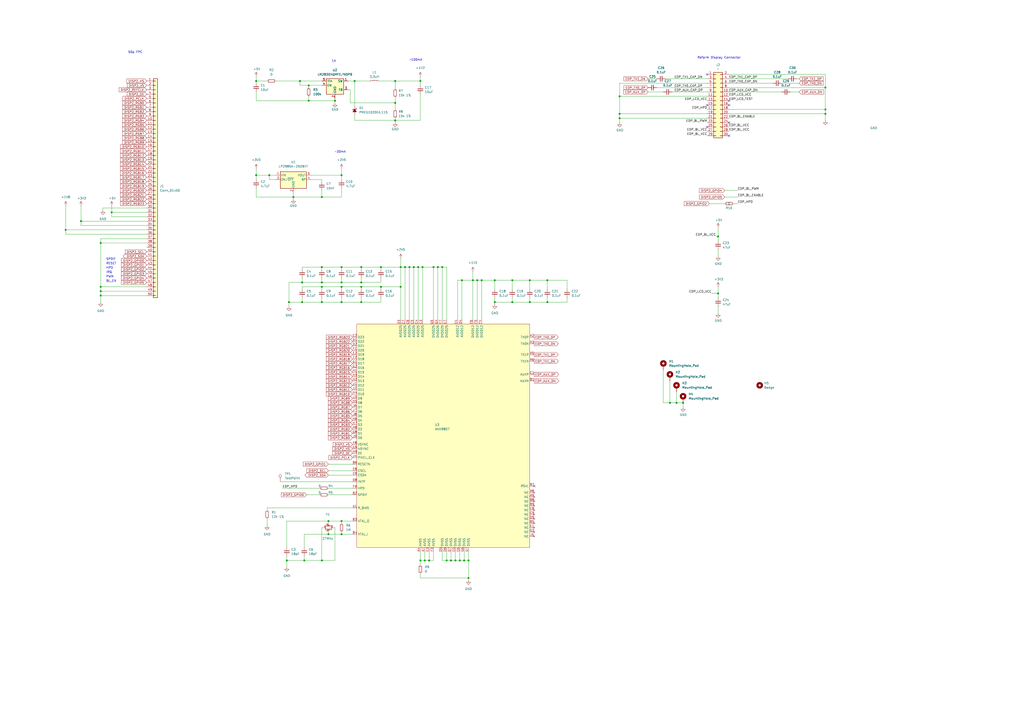
<source format=kicad_sch>
(kicad_sch (version 20211123) (generator eeschema)
  (paper "A2")
  (junction (at 190.5 302.26))
  (junction (at 186.69 163.83))
  (junction (at 264.16 325.12))
  (junction (at 242.57 154.94))
  (junction (at 359.41 66.04))
  (junction (at 198.12 302.26))
  (junction (at 232.41 154.94))
  (junction (at 229.235 69.85))
  (junction (at 167.64 175.26))
  (junction (at 175.26 163.83))
  (junction (at 251.46 154.94))
  (junction (at 58.42 166.37))
  (junction (at 359.41 68.58))
  (junction (at 64.77 123.19))
  (junction (at 166.37 325.12))
  (junction (at 186.69 154.94))
  (junction (at 237.49 154.94))
  (junction (at 271.78 325.12))
  (junction (at 46.99 128.27))
  (junction (at 416.56 170.18))
  (junction (at 240.03 154.94))
  (junction (at 179.07 49.53))
  (junction (at 198.12 154.94))
  (junction (at 58.42 168.91))
  (junction (at 148.59 101.6))
  (junction (at 359.41 55.88))
  (junction (at 205.74 46.99))
  (junction (at 209.55 154.94))
  (junction (at 198.12 163.83))
  (junction (at 307.34 175.26))
  (junction (at 478.79 50.8))
  (junction (at 38.1 133.35))
  (junction (at 175.26 175.26))
  (junction (at 317.5 175.26))
  (junction (at 58.42 140.97))
  (junction (at 266.7 325.12))
  (junction (at 190.5 309.88))
  (junction (at 478.79 66.04))
  (junction (at 478.79 63.5))
  (junction (at 186.69 325.12))
  (junction (at 186.69 175.26))
  (junction (at 261.62 325.12))
  (junction (at 297.18 175.26))
  (junction (at 307.34 162.56))
  (junction (at 243.84 46.99))
  (junction (at 274.32 162.56))
  (junction (at 198.12 175.26))
  (junction (at 148.59 46.99))
  (junction (at 198.12 166.37))
  (junction (at 58.42 171.45))
  (junction (at 317.5 162.56))
  (junction (at 186.69 166.37))
  (junction (at 287.02 162.56))
  (junction (at 179.07 58.42))
  (junction (at 392.43 233.68))
  (junction (at 396.24 233.68))
  (junction (at 388.62 233.68))
  (junction (at 297.18 162.56))
  (junction (at 194.31 58.42))
  (junction (at 156.21 101.6))
  (junction (at 269.24 325.12))
  (junction (at 243.84 325.12))
  (junction (at 256.54 154.94))
  (junction (at 279.4 162.56))
  (junction (at 220.98 154.94))
  (junction (at 209.55 166.37))
  (junction (at 245.11 154.94))
  (junction (at 254 154.94))
  (junction (at 198.12 309.88))
  (junction (at 248.92 325.12))
  (junction (at 234.95 154.94))
  (junction (at 416.56 137.16))
  (junction (at 259.08 325.12))
  (junction (at 271.78 335.28))
  (junction (at 267.97 162.56))
  (junction (at 198.12 101.6))
  (junction (at 176.53 325.12))
  (junction (at 232.41 166.37))
  (junction (at 170.18 114.3))
  (junction (at 276.86 162.56))
  (junction (at 220.98 166.37))
  (junction (at 209.55 163.83))
  (junction (at 229.235 46.99))
  (junction (at 287.02 175.26))
  (junction (at 173.99 46.99))
  (junction (at 209.55 175.26))
  (junction (at 186.69 114.3))
  (junction (at 246.38 325.12))
  (junction (at 229.235 59.69))
  (no_connect (at 410.21 60.96))
  (no_connect (at 410.21 43.18))
  (no_connect (at 422.91 71.12))
  (no_connect (at 410.21 73.66))
  (no_connect (at 309.88 281.94))
  (no_connect (at 422.91 58.42))
  (no_connect (at 422.91 60.96))
  (no_connect (at 422.91 78.74))
  (wire (pts (xy 173.99 46.99) (xy 173.99 49.53)))
  (wire (pts (xy 259.08 325.12) (xy 261.62 325.12)))
  (wire (pts (xy 186.69 110.49) (xy 186.69 114.3)))
  (wire (pts (xy 307.34 162.56) (xy 307.34 167.64)))
  (wire (pts (xy 411.48 118.11) (xy 420.37 118.11)))
  (wire (pts (xy 229.235 69.85) (xy 243.84 69.85)))
  (wire (pts (xy 279.4 162.56) (xy 279.4 185.42)))
  (wire (pts (xy 415.29 137.16) (xy 416.56 137.16)))
  (wire (pts (xy 58.42 168.91) (xy 85.09 168.91)))
  (wire (pts (xy 167.64 175.26) (xy 175.26 175.26)))
  (wire (pts (xy 179.07 49.53) (xy 186.69 49.53)))
  (wire (pts (xy 186.69 163.83) (xy 198.12 163.83)))
  (wire (pts (xy 229.235 59.69) (xy 203.2 59.69)))
  (wire (pts (xy 205.74 69.85) (xy 229.235 69.85)))
  (wire (pts (xy 154.94 294.64) (xy 204.47 294.64)))
  (wire (pts (xy 162.56 279.4) (xy 204.47 279.4)))
  (wire (pts (xy 198.12 101.6) (xy 198.12 104.14)))
  (wire (pts (xy 186.69 154.94) (xy 186.69 156.21)))
  (wire (pts (xy 175.26 166.37) (xy 175.26 167.64)))
  (wire (pts (xy 85.09 138.43) (xy 58.42 138.43)))
  (wire (pts (xy 243.84 320.04) (xy 243.84 325.12)))
  (wire (pts (xy 243.84 54.61) (xy 243.84 69.85)))
  (wire (pts (xy 375.92 53.34) (xy 384.81 53.34)))
  (wire (pts (xy 246.38 325.12) (xy 243.84 325.12)))
  (wire (pts (xy 175.26 172.72) (xy 175.26 175.26)))
  (wire (pts (xy 201.93 46.99) (xy 205.74 46.99)))
  (wire (pts (xy 271.78 320.04) (xy 271.78 325.12)))
  (wire (pts (xy 384.81 233.68) (xy 384.81 214.63)))
  (wire (pts (xy 58.42 166.37) (xy 85.09 166.37)))
  (wire (pts (xy 243.84 46.99) (xy 243.84 49.53)))
  (wire (pts (xy 198.12 101.6) (xy 198.12 97.79)))
  (wire (pts (xy 237.49 154.94) (xy 237.49 185.42)))
  (wire (pts (xy 234.95 154.94) (xy 232.41 154.94)))
  (wire (pts (xy 154.94 294.64) (xy 154.94 295.91)))
  (wire (pts (xy 232.41 149.86) (xy 232.41 154.94)))
  (wire (pts (xy 381 50.8) (xy 410.21 50.8)))
  (wire (pts (xy 58.42 171.45) (xy 85.09 171.45)))
  (wire (pts (xy 307.34 175.26) (xy 317.5 175.26)))
  (wire (pts (xy 410.21 66.04) (xy 359.41 66.04)))
  (wire (pts (xy 256.54 325.12) (xy 259.08 325.12)))
  (wire (pts (xy 198.12 166.37) (xy 186.69 166.37)))
  (wire (pts (xy 204.47 309.88) (xy 198.12 309.88)))
  (wire (pts (xy 261.62 320.04) (xy 261.62 325.12)))
  (wire (pts (xy 148.59 44.45) (xy 148.59 46.99)))
  (wire (pts (xy 259.08 154.94) (xy 256.54 154.94)))
  (wire (pts (xy 254 154.94) (xy 254 185.42)))
  (wire (pts (xy 274.32 162.56) (xy 267.97 162.56)))
  (wire (pts (xy 229.235 69.85) (xy 229.235 71.12)))
  (wire (pts (xy 190.5 302.26) (xy 166.37 302.26)))
  (wire (pts (xy 38.1 135.89) (xy 38.1 133.35)))
  (wire (pts (xy 232.41 166.37) (xy 232.41 185.42)))
  (wire (pts (xy 186.69 104.14) (xy 180.34 104.14)))
  (wire (pts (xy 186.69 175.26) (xy 198.12 175.26)))
  (wire (pts (xy 359.41 68.58) (xy 410.21 68.58)))
  (wire (pts (xy 242.57 154.94) (xy 240.03 154.94)))
  (wire (pts (xy 463.55 53.34) (xy 458.47 53.34)))
  (wire (pts (xy 190.5 303.53) (xy 190.5 302.26)))
  (wire (pts (xy 64.77 123.19) (xy 64.77 119.38)))
  (wire (pts (xy 220.98 154.94) (xy 232.41 154.94)))
  (wire (pts (xy 190.5 273.05) (xy 204.47 273.05)))
  (wire (pts (xy 267.97 162.56) (xy 265.43 162.56)))
  (wire (pts (xy 156.21 101.6) (xy 160.02 101.6)))
  (wire (pts (xy 58.42 168.91) (xy 58.42 171.45)))
  (wire (pts (xy 38.1 135.89) (xy 85.09 135.89)))
  (wire (pts (xy 254 154.94) (xy 251.46 154.94)))
  (wire (pts (xy 246.38 320.04) (xy 246.38 325.12)))
  (wire (pts (xy 148.59 46.99) (xy 148.59 48.26)))
  (wire (pts (xy 186.69 154.94) (xy 175.26 154.94)))
  (wire (pts (xy 256.54 320.04) (xy 256.54 325.12)))
  (wire (pts (xy 190.5 309.88) (xy 176.53 309.88)))
  (wire (pts (xy 194.31 58.42) (xy 194.31 59.69)))
  (wire (pts (xy 58.42 140.97) (xy 85.09 140.97)))
  (wire (pts (xy 198.12 309.88) (xy 190.5 309.88)))
  (wire (pts (xy 416.56 137.16) (xy 416.56 132.08)))
  (wire (pts (xy 193.04 306.07) (xy 194.31 306.07)))
  (wire (pts (xy 396.24 233.68) (xy 392.43 233.68)))
  (wire (pts (xy 267.97 162.56) (xy 267.97 185.42)))
  (wire (pts (xy 261.62 325.12) (xy 264.16 325.12)))
  (wire (pts (xy 186.69 161.29) (xy 186.69 163.83)))
  (wire (pts (xy 457.2 45.72) (xy 422.91 45.72)))
  (wire (pts (xy 175.26 161.29) (xy 175.26 163.83)))
  (wire (pts (xy 416.56 144.78) (xy 416.56 148.59)))
  (wire (pts (xy 420.37 114.3) (xy 427.99 114.3)))
  (wire (pts (xy 232.41 154.94) (xy 232.41 166.37)))
  (wire (pts (xy 194.31 57.15) (xy 194.31 58.42)))
  (wire (pts (xy 167.64 175.26) (xy 167.64 163.83)))
  (wire (pts (xy 186.69 114.3) (xy 198.12 114.3)))
  (wire (pts (xy 478.79 63.5) (xy 478.79 66.04)))
  (wire (pts (xy 198.12 154.94) (xy 186.69 154.94)))
  (wire (pts (xy 167.64 177.8) (xy 167.64 175.26)))
  (wire (pts (xy 392.43 233.68) (xy 392.43 227.33)))
  (wire (pts (xy 58.42 138.43) (xy 58.42 140.97)))
  (wire (pts (xy 156.21 104.14) (xy 156.21 101.6)))
  (wire (pts (xy 190.5 287.02) (xy 204.47 287.02)))
  (wire (pts (xy 187.96 306.07) (xy 186.69 306.07)))
  (wire (pts (xy 198.12 302.26) (xy 198.12 303.53)))
  (wire (pts (xy 297.18 175.26) (xy 307.34 175.26)))
  (wire (pts (xy 269.24 320.04) (xy 269.24 325.12)))
  (wire (pts (xy 176.53 309.88) (xy 176.53 317.5)))
  (wire (pts (xy 59.69 120.65) (xy 59.69 121.92)))
  (wire (pts (xy 148.59 114.3) (xy 170.18 114.3)))
  (wire (pts (xy 166.37 322.58) (xy 166.37 325.12)))
  (wire (pts (xy 388.62 233.68) (xy 388.62 220.98)))
  (wire (pts (xy 453.39 53.34) (xy 422.91 53.34)))
  (wire (pts (xy 186.69 172.72) (xy 186.69 175.26)))
  (wire (pts (xy 463.55 48.26) (xy 453.39 48.26)))
  (wire (pts (xy 203.2 59.69) (xy 203.2 52.07)))
  (wire (pts (xy 478.79 66.04) (xy 478.79 69.85)))
  (wire (pts (xy 220.98 166.37) (xy 220.98 167.64)))
  (wire (pts (xy 160.02 46.99) (xy 173.99 46.99)))
  (wire (pts (xy 198.12 163.83) (xy 209.55 163.83)))
  (wire (pts (xy 229.235 68.58) (xy 229.235 69.85)))
  (wire (pts (xy 186.69 105.41) (xy 186.69 104.14)))
  (wire (pts (xy 307.34 162.56) (xy 317.5 162.56)))
  (wire (pts (xy 478.79 63.5) (xy 478.79 50.8)))
  (wire (pts (xy 392.43 233.68) (xy 388.62 233.68)))
  (wire (pts (xy 167.64 163.83) (xy 175.26 163.83)))
  (wire (pts (xy 287.02 162.56) (xy 279.4 162.56)))
  (wire (pts (xy 229.235 46.99) (xy 229.235 51.435)))
  (wire (pts (xy 170.18 114.3) (xy 186.69 114.3)))
  (wire (pts (xy 173.99 49.53) (xy 179.07 49.53)))
  (wire (pts (xy 186.69 166.37) (xy 175.26 166.37)))
  (wire (pts (xy 287.02 162.56) (xy 297.18 162.56)))
  (wire (pts (xy 297.18 162.56) (xy 307.34 162.56)))
  (wire (pts (xy 198.12 161.29) (xy 198.12 163.83)))
  (wire (pts (xy 396.24 233.68) (xy 396.24 236.22)))
  (wire (pts (xy 386.08 45.72) (xy 410.21 45.72)))
  (wire (pts (xy 179.07 49.53) (xy 179.07 50.8)))
  (wire (pts (xy 198.12 154.94) (xy 198.12 156.21)))
  (wire (pts (xy 64.77 125.73) (xy 85.09 125.73)))
  (wire (pts (xy 274.32 157.48) (xy 274.32 162.56)))
  (wire (pts (xy 170.18 111.76) (xy 170.18 114.3)))
  (wire (pts (xy 251.46 154.94) (xy 251.46 185.42)))
  (wire (pts (xy 209.55 175.26) (xy 220.98 175.26)))
  (wire (pts (xy 163.83 283.21) (xy 185.42 283.21)))
  (wire (pts (xy 422.91 63.5) (xy 478.79 63.5)))
  (wire (pts (xy 248.92 325.12) (xy 246.38 325.12)))
  (wire (pts (xy 203.2 52.07) (xy 201.93 52.07)))
  (wire (pts (xy 359.41 48.26) (xy 359.41 55.88)))
  (wire (pts (xy 198.12 302.26) (xy 204.47 302.26)))
  (wire (pts (xy 46.99 119.38) (xy 46.99 128.27)))
  (wire (pts (xy 209.55 163.83) (xy 220.98 163.83)))
  (wire (pts (xy 240.03 154.94) (xy 240.03 185.42)))
  (wire (pts (xy 38.1 119.38) (xy 38.1 133.35)))
  (wire (pts (xy 259.08 320.04) (xy 259.08 325.12)))
  (wire (pts (xy 219.71 46.99) (xy 229.235 46.99)))
  (wire (pts (xy 243.84 335.28) (xy 243.84 332.74)))
  (wire (pts (xy 220.98 175.26) (xy 220.98 172.72)))
  (wire (pts (xy 422.91 43.18) (xy 478.79 43.18)))
  (wire (pts (xy 198.12 308.61) (xy 198.12 309.88)))
  (wire (pts (xy 287.02 175.26) (xy 297.18 175.26)))
  (wire (pts (xy 64.77 125.73) (xy 64.77 123.19)))
  (wire (pts (xy 416.56 137.16) (xy 416.56 139.7)))
  (wire (pts (xy 389.89 53.34) (xy 410.21 53.34)))
  (wire (pts (xy 412.75 170.18) (xy 416.56 170.18)))
  (wire (pts (xy 176.53 325.12) (xy 176.53 322.58)))
  (wire (pts (xy 205.74 66.675) (xy 205.74 69.85)))
  (wire (pts (xy 85.09 120.65) (xy 59.69 120.65)))
  (wire (pts (xy 416.56 166.37) (xy 416.56 170.18)))
  (wire (pts (xy 198.12 166.37) (xy 198.12 167.64)))
  (wire (pts (xy 245.11 154.94) (xy 245.11 185.42)))
  (wire (pts (xy 265.43 162.56) (xy 265.43 185.42)))
  (wire (pts (xy 148.59 109.22) (xy 148.59 114.3)))
  (wire (pts (xy 359.41 66.04) (xy 359.41 68.58)))
  (wire (pts (xy 271.78 335.28) (xy 243.84 335.28)))
  (wire (pts (xy 205.74 46.99) (xy 214.63 46.99)))
  (wire (pts (xy 46.99 128.27) (xy 46.99 130.81)))
  (wire (pts (xy 328.93 162.56) (xy 328.93 167.64)))
  (wire (pts (xy 179.07 58.42) (xy 148.59 58.42)))
  (wire (pts (xy 478.79 66.04) (xy 422.91 66.04)))
  (wire (pts (xy 317.5 172.72) (xy 317.5 175.26)))
  (wire (pts (xy 266.7 325.12) (xy 269.24 325.12)))
  (wire (pts (xy 220.98 163.83) (xy 220.98 161.29)))
  (wire (pts (xy 478.79 50.8) (xy 422.91 50.8)))
  (wire (pts (xy 274.32 162.56) (xy 276.86 162.56)))
  (wire (pts (xy 170.18 114.3) (xy 170.18 115.57)))
  (wire (pts (xy 416.56 177.8) (xy 416.56 181.61)))
  (wire (pts (xy 287.02 175.26) (xy 287.02 176.53)))
  (wire (pts (xy 148.59 58.42) (xy 148.59 53.34)))
  (wire (pts (xy 38.1 133.35) (xy 85.09 133.35)))
  (wire (pts (xy 194.31 325.12) (xy 186.69 325.12)))
  (wire (pts (xy 64.77 123.19) (xy 85.09 123.19)))
  (wire (pts (xy 416.56 170.18) (xy 416.56 172.72)))
  (wire (pts (xy 410.21 48.26) (xy 359.41 48.26)))
  (wire (pts (xy 269.24 325.12) (xy 271.78 325.12)))
  (wire (pts (xy 271.78 335.28) (xy 271.78 336.55)))
  (wire (pts (xy 425.45 118.11) (xy 427.99 118.11)))
  (wire (pts (xy 198.12 114.3) (xy 198.12 109.22)))
  (wire (pts (xy 220.98 166.37) (xy 209.55 166.37)))
  (wire (pts (xy 276.86 162.56) (xy 279.4 162.56)))
  (wire (pts (xy 58.42 166.37) (xy 58.42 168.91)))
  (wire (pts (xy 317.5 162.56) (xy 317.5 167.64)))
  (wire (pts (xy 46.99 130.81) (xy 85.09 130.81)))
  (wire (pts (xy 243.84 44.45) (xy 243.84 46.99)))
  (wire (pts (xy 274.32 162.56) (xy 274.32 185.42)))
  (wire (pts (xy 175.26 154.94) (xy 175.26 156.21)))
  (wire (pts (xy 287.02 167.64) (xy 287.02 162.56)))
  (wire (pts (xy 205.74 46.99) (xy 205.74 61.595)))
  (wire (pts (xy 271.78 325.12) (xy 271.78 335.28)))
  (wire (pts (xy 229.235 59.69) (xy 229.235 63.5)))
  (wire (pts (xy 209.55 166.37) (xy 209.55 167.64)))
  (wire (pts (xy 220.98 166.37) (xy 232.41 166.37)))
  (wire (pts (xy 148.59 46.99) (xy 154.94 46.99)))
  (wire (pts (xy 190.5 269.24) (xy 204.47 269.24)))
  (wire (pts (xy 256.54 154.94) (xy 254 154.94)))
  (wire (pts (xy 166.37 325.12) (xy 166.37 328.93)))
  (wire (pts (xy 198.12 175.26) (xy 209.55 175.26)))
  (wire (pts (xy 297.18 162.56) (xy 297.18 167.64)))
  (wire (pts (xy 245.11 154.94) (xy 242.57 154.94)))
  (wire (pts (xy 166.37 325.12) (xy 176.53 325.12)))
  (wire (pts (xy 297.18 172.72) (xy 297.18 175.26)))
  (wire (pts (xy 175.26 163.83) (xy 186.69 163.83)))
  (wire (pts (xy 242.57 154.94) (xy 242.57 185.42)))
  (wire (pts (xy 243.84 325.12) (xy 243.84 327.66)))
  (wire (pts (xy 209.55 166.37) (xy 198.12 166.37)))
  (wire (pts (xy 328.93 172.72) (xy 328.93 175.26)))
  (wire (pts (xy 234.95 154.94) (xy 234.95 185.42)))
  (wire (pts (xy 240.03 154.94) (xy 237.49 154.94)))
  (wire (pts (xy 209.55 161.29) (xy 209.55 163.83)))
  (wire (pts (xy 375.92 45.72) (xy 381 45.72)))
  (wire (pts (xy 160.02 104.14) (xy 156.21 104.14)))
  (wire (pts (xy 220.98 154.94) (xy 209.55 154.94)))
  (wire (pts (xy 388.62 233.68) (xy 384.81 233.68)))
  (wire (pts (xy 287.02 172.72) (xy 287.02 175.26)))
  (wire (pts (xy 264.16 320.04) (xy 264.16 325.12)))
  (wire (pts (xy 448.31 48.26) (xy 422.91 48.26)))
  (wire (pts (xy 251.46 154.94) (xy 245.11 154.94)))
  (wire (pts (xy 58.42 171.45) (xy 58.42 175.26)))
  (wire (pts (xy 307.34 172.72) (xy 307.34 175.26)))
  (wire (pts (xy 209.55 172.72) (xy 209.55 175.26)))
  (wire (pts (xy 248.92 320.04) (xy 248.92 325.12)))
  (wire (pts (xy 209.55 154.94) (xy 209.55 156.21)))
  (wire (pts (xy 251.46 320.04) (xy 251.46 325.12)))
  (wire (pts (xy 237.49 154.94) (xy 234.95 154.94)))
  (wire (pts (xy 166.37 302.26) (xy 166.37 317.5)))
  (wire (pts (xy 266.7 320.04) (xy 266.7 325.12)))
  (wire (pts (xy 190.5 302.26) (xy 198.12 302.26)))
  (wire (pts (xy 186.69 166.37) (xy 186.69 167.64)))
  (wire (pts (xy 46.99 128.27) (xy 85.09 128.27)))
  (wire (pts (xy 410.21 55.88) (xy 359.41 55.88)))
  (wire (pts (xy 317.5 162.56) (xy 328.93 162.56)))
  (wire (pts (xy 229.235 46.99) (xy 243.84 46.99)))
  (wire (pts (xy 264.16 325.12) (xy 266.7 325.12)))
  (wire (pts (xy 420.37 110.49) (xy 427.99 110.49)))
  (wire (pts (xy 209.55 154.94) (xy 198.12 154.94)))
  (wire (pts (xy 194.31 306.07) (xy 194.31 325.12)))
  (wire (pts (xy 190.5 283.21) (xy 204.47 283.21)))
  (wire (pts (xy 148.59 101.6) (xy 148.59 104.14)))
  (wire (pts (xy 173.99 46.99) (xy 186.69 46.99)))
  (wire (pts (xy 58.42 140.97) (xy 58.42 166.37)))
  (wire (pts (xy 220.98 156.21) (xy 220.98 154.94)))
  (wire (pts (xy 148.59 101.6) (xy 156.21 101.6)))
  (wire (pts (xy 177.8 287.02) (xy 185.42 287.02)))
  (wire (pts (xy 148.59 97.79) (xy 148.59 101.6)))
  (wire (pts (xy 359.41 55.88) (xy 359.41 66.04)))
  (wire (pts (xy 180.34 101.6) (xy 198.12 101.6)))
  (wire (pts (xy 186.69 306.07) (xy 186.69 325.12)))
  (wire (pts (xy 198.12 172.72) (xy 198.12 175.26)))
  (wire (pts (xy 186.69 325.12) (xy 176.53 325.12)))
  (wire (pts (xy 276.86 162.56) (xy 276.86 185.42)))
  (wire (pts (xy 463.55 45.72) (xy 462.28 45.72)))
  (wire (pts (xy 194.31 58.42) (xy 179.07 58.42)))
  (wire (pts (xy 259.08 185.42) (xy 259.08 154.94)))
  (wire (pts (xy 154.94 300.99) (xy 154.94 304.8)))
  (wire (pts (xy 179.07 55.88) (xy 179.07 58.42)))
  (wire (pts (xy 359.41 71.12) (xy 359.41 68.58)))
  (wire (pts (xy 478.79 43.18) (xy 478.79 50.8)))
  (wire (pts (xy 175.26 175.26) (xy 186.69 175.26)))
  (wire (pts (xy 251.46 325.12) (xy 248.92 325.12)))
  (wire (pts (xy 229.235 56.515) (xy 229.235 59.69)))
  (wire (pts (xy 317.5 175.26) (xy 328.93 175.26)))
  (wire (pts (xy 190.5 309.88) (xy 190.5 308.61)))
  (wire (pts (xy 190.5 275.59) (xy 204.47 275.59)))
  (wire (pts (xy 256.54 154.94) (xy 256.54 185.42)))
  (text "BL_EN" (at 61.595 163.83 0) (effects (font (size 1.27 1.27)) (justify left bottom)))
  (text "~30mA" (at 194.31 88.9 0) (effects (font (size 1.27 1.27)) (justify left bottom)))
  (text "PWM" (at 61.595 161.29 0) (effects (font (size 1.27 1.27)) (justify left bottom)))
  (text "IRQ" (at 61.595 158.75 0) (effects (font (size 1.27 1.27)) (justify left bottom)))
  (text "~100mA" (at 237.49 35.56 0) (effects (font (size 1.27 1.27)) (justify left bottom)))
  (text "50p FPC" (at 74.295 31.115 0) (effects (font (size 1.27 1.27)) (justify left bottom)))
  (text "SPDIF" (at 61.595 151.13 0) (effects (font (size 1.27 1.27)) (justify left bottom)))
  (text "RESET" (at 61.595 153.67 0) (effects (font (size 1.27 1.27)) (justify left bottom)))
  (text "Reform Display Connector" (at 404.495 34.29 0) (effects (font (size 1.27 1.27)) (justify left bottom)))
  (text "1A" (at 192.405 36.195 0) (effects (font (size 1.27 1.27)) (justify left bottom)))
  (text "HPD" (at 61.595 156.21 0) (effects (font (size 1.27 1.27)) (justify left bottom)))
  (label "EDP_HPD" (at 427.99 118.11 0))
  (label "EDP_BL_ENABLE" (at 427.99 114.3 0))
  (label "EDP_LCD_VCC" (at 412.75 170.18 180))
  (label "EDP_BL_PWM" (at 410.21 71.12 180))
  (label "EDP_TX1_CAP_DN" (at 391.16 45.72 0))
  (label "EDP_HPD" (at 410.21 63.5 180))
  (label "EDP_BL_VCC" (at 422.91 76.2 0))
  (label "EDP_LCD_VCC" (at 422.91 55.88 0))
  (label "EDP_BL_VCC" (at 410.21 78.74 180))
  (label "EDP_AUX_CAP_DN" (at 422.91 53.34 0))
  (label "EDP_TX0_CAP_DN" (at 422.91 48.26 0))
  (label "EDP_BL_ENABLE" (at 422.91 68.58 0))
  (label "EDP_HPD" (at 163.83 283.21 0))
  (label "EDP_BL_VCC" (at 410.21 76.2 180))
  (label "EDP_LCD_VCC" (at 410.21 58.42 180))
  (label "EDP_BL_PWM" (at 427.99 110.49 0))
  (label "EDP_AUX_CAP_DP" (at 391.16 53.34 0))
  (label "EDP_BL_VCC" (at 415.29 137.16 180))
  (label "EDP_TX1_CAP_DP" (at 422.91 45.72 0))
  (label "EDP_TX0_CAP_DP" (at 391.16 50.8 0))
  (label "EDP_LCD_TEST" (at 422.91 58.42 0))
  (label "EDP_BL_VCC" (at 422.91 73.66 0))
  (global_label "DISP2_RGB11" (shape input) (at 204.47 226.06 180) (property "Intersheet References" "${INTERSHEET_REFS}" (effects hide)))
  (global_label "DISP2_RGB4" (shape input) (at 85.09 69.85 180) (property "Intersheet References" "${INTERSHEET_REFS}" (effects hide)))
  (global_label "DISP2_DE" (shape input) (at 204.47 262.89 180) (property "Intersheet References" "${INTERSHEET_REFS}" (effects hide)))
  (global_label "DISP2_RGB18" (shape input) (at 85.09 105.41 180) (property "Intersheet References" "${INTERSHEET_REFS}" (effects hide)))
  (global_label "DISP2_RGB2" (shape input) (at 204.47 248.92 180) (property "Intersheet References" "${INTERSHEET_REFS}" (effects hide)))
  (global_label "DISP2_RGB21" (shape input) (at 85.09 113.03 180) (property "Intersheet References" "${INTERSHEET_REFS}" (effects hide)))
  (global_label "DISP2_GPIO4" (shape input) (at 420.37 110.49 180) (property "Intersheet References" "${INTERSHEET_REFS}" (effects hide)))
  (global_label "DISP2_RGB15" (shape input) (at 85.09 97.79 180) (property "Intersheet References" "${INTERSHEET_REFS}" (effects hide)))
  (global_label "DISP2_RGB23" (shape input) (at 85.09 118.11 180) (property "Intersheet References" "${INTERSHEET_REFS}" (effects hide)))
  (global_label "DISP2_RGB10" (shape input) (at 204.47 228.6 180) (property "Intersheet References" "${INTERSHEET_REFS}" (effects hide)))
  (global_label "DISP2_GPIO1" (shape input) (at 85.09 153.67 180) (property "Intersheet References" "${INTERSHEET_REFS}" (effects hide)))
  (global_label "DISP2_GPIO5" (shape input) (at 420.37 114.3 180) (property "Intersheet References" "${INTERSHEET_REFS}" (effects hide)))
  (global_label "DISP2_GPIO2" (shape input) (at 85.09 156.21 180) (property "Intersheet References" "${INTERSHEET_REFS}" (effects hide)))
  (global_label "DISP2_GPIO1" (shape input) (at 190.5 269.24 180) (property "Intersheet References" "${INTERSHEET_REFS}" (effects hide)))
  (global_label "EDP_AUX_DN" (shape input) (at 463.55 53.34 0) (property "Intersheet References" "${INTERSHEET_REFS}" (effects hide)))
  (global_label "DISP2_RGB4" (shape input) (at 204.47 243.84 180) (property "Intersheet References" "${INTERSHEET_REFS}" (effects hide)))
  (global_label "DISP2_RGB17" (shape input) (at 204.47 210.82 180) (property "Intersheet References" "${INTERSHEET_REFS}" (effects hide)))
  (global_label "DISP2_GPIO0" (shape input) (at 85.09 151.13 180) (property "Intersheet References" "${INTERSHEET_REFS}" (effects hide)))
  (global_label "DISP2_VS" (shape input) (at 204.47 257.81 180) (property "Intersheet References" "${INTERSHEET_REFS}" (effects hide)))
  (global_label "DISP2_RGB5" (shape input) (at 85.09 72.39 180) (property "Intersheet References" "${INTERSHEET_REFS}" (effects hide)))
  (global_label "EDP_TX1_DN" (shape output) (at 309.88 209.55 0) (property "Intersheet References" "${INTERSHEET_REFS}" (effects hide)))
  (global_label "DISP2_HS" (shape input) (at 85.09 46.99 180) (property "Intersheet References" "${INTERSHEET_REFS}" (effects hide)))
  (global_label "DISP2_RGB10" (shape input) (at 85.09 85.09 180) (property "Intersheet References" "${INTERSHEET_REFS}" (effects hide)))
  (global_label "DISP2_RGB23" (shape input) (at 204.47 195.58 180) (property "Intersheet References" "${INTERSHEET_REFS}" (effects hide)))
  (global_label "DISP2_RGB20" (shape input) (at 85.09 110.49 180) (property "Intersheet References" "${INTERSHEET_REFS}" (effects hide)))
  (global_label "DISP2_PCLK" (shape input) (at 85.09 57.15 180) (property "Intersheet References" "${INTERSHEET_REFS}" (effects hide)))
  (global_label "DISP2_RGB3" (shape input) (at 85.09 67.31 180) (property "Intersheet References" "${INTERSHEET_REFS}" (effects hide)))
  (global_label "DISP2_RGB2" (shape input) (at 85.09 64.77 180) (property "Intersheet References" "${INTERSHEET_REFS}" (effects hide)))
  (global_label "DISP2_RGB6" (shape input) (at 85.09 74.93 180) (property "Intersheet References" "${INTERSHEET_REFS}" (effects hide)))
  (global_label "DISP2_REFCLK" (shape input) (at 85.09 52.07 180) (property "Intersheet References" "${INTERSHEET_REFS}" (effects hide)))
  (global_label "DISP2_RGB22" (shape input) (at 85.09 115.57 180) (property "Intersheet References" "${INTERSHEET_REFS}" (effects hide)))
  (global_label "DISP2_RGB19" (shape input) (at 85.09 107.95 180) (property "Intersheet References" "${INTERSHEET_REFS}" (effects hide)))
  (global_label "DISP2_RGB11" (shape input) (at 85.09 87.63 180) (property "Intersheet References" "${INTERSHEET_REFS}" (effects hide)))
  (global_label "DISP2_RGB19" (shape input) (at 204.47 205.74 180) (property "Intersheet References" "${INTERSHEET_REFS}" (effects hide)))
  (global_label "EDP_TX0_DP" (shape input) (at 375.92 50.8 180) (property "Intersheet References" "${INTERSHEET_REFS}" (effects hide)))
  (global_label "EDP_TX0_DN" (shape input) (at 463.55 48.26 0) (property "Intersheet References" "${INTERSHEET_REFS}" (effects hide)))
  (global_label "DISP2_GPIO5" (shape input) (at 85.09 163.83 180) (property "Intersheet References" "${INTERSHEET_REFS}" (effects hide)))
  (global_label "DISP2_GPIO4" (shape input) (at 85.09 161.29 180) (property "Intersheet References" "${INTERSHEET_REFS}" (effects hide)))
  (global_label "DISP2_RGB22" (shape input) (at 204.47 198.12 180) (property "Intersheet References" "${INTERSHEET_REFS}" (effects hide)))
  (global_label "DISP2_RGB6" (shape input) (at 204.47 238.76 180) (property "Intersheet References" "${INTERSHEET_REFS}" (effects hide)))
  (global_label "DISP2_RGB5" (shape input) (at 204.47 241.3 180) (property "Intersheet References" "${INTERSHEET_REFS}" (effects hide)))
  (global_label "EDP_TX0_DN" (shape output) (at 309.88 199.39 0) (property "Intersheet References" "${INTERSHEET_REFS}" (effects hide)))
  (global_label "DISP2_RGB9" (shape input) (at 85.09 82.55 180) (property "Intersheet References" "${INTERSHEET_REFS}" (effects hide)))
  (global_label "DISP2_GPIO3" (shape input) (at 85.09 158.75 180) (property "Intersheet References" "${INTERSHEET_REFS}" (effects hide)))
  (global_label "DISP2_RGB17" (shape input) (at 85.09 102.87 180) (property "Intersheet References" "${INTERSHEET_REFS}" (effects hide)))
  (global_label "DISP2_RGB7" (shape input) (at 204.47 236.22 180) (property "Intersheet References" "${INTERSHEET_REFS}" (effects hide)))
  (global_label "DISP2_RGB13" (shape input) (at 85.09 92.71 180) (property "Intersheet References" "${INTERSHEET_REFS}" (effects hide)))
  (global_label "DISP2_RGB21" (shape input) (at 204.47 200.66 180) (property "Intersheet References" "${INTERSHEET_REFS}" (effects hide)))
  (global_label "DISP2_RGB14" (shape input) (at 85.09 95.25 180) (property "Intersheet References" "${INTERSHEET_REFS}" (effects hide)))
  (global_label "EDP_AUX_DP" (shape output) (at 309.88 217.17 0) (property "Intersheet References" "${INTERSHEET_REFS}" (effects hide)))
  (global_label "DISP2_SCL" (shape input) (at 85.09 146.05 180) (property "Intersheet References" "${INTERSHEET_REFS}" (effects hide)))
  (global_label "DISP2_PCLK" (shape input) (at 204.47 265.43 180) (property "Intersheet References" "${INTERSHEET_REFS}" (effects hide)))
  (global_label "DISP2_RGB14" (shape input) (at 204.47 218.44 180) (property "Intersheet References" "${INTERSHEET_REFS}" (effects hide)))
  (global_label "DISP2_RGB12" (shape input) (at 85.09 90.17 180) (property "Intersheet References" "${INTERSHEET_REFS}" (effects hide)))
  (global_label "EDP_AUX_DN" (shape output) (at 309.88 220.98 0) (property "Intersheet References" "${INTERSHEET_REFS}" (effects hide)))
  (global_label "DISP2_HS" (shape input) (at 204.47 260.35 180) (property "Intersheet References" "${INTERSHEET_REFS}" (effects hide)))
  (global_label "DISP2_SCL" (shape input) (at 190.5 273.05 180) (property "Intersheet References" "${INTERSHEET_REFS}" (effects hide)))
  (global_label "DISP2_RGB13" (shape input) (at 204.47 220.98 180) (property "Intersheet References" "${INTERSHEET_REFS}" (effects hide)))
  (global_label "EDP_TX1_DP" (shape input) (at 463.55 45.72 0) (property "Intersheet References" "${INTERSHEET_REFS}" (effects hide)))
  (global_label "DISP2_RGB18" (shape input) (at 204.47 208.28 180) (property "Intersheet References" "${INTERSHEET_REFS}" (effects hide)))
  (global_label "DISP2_RGB1" (shape input) (at 85.09 62.23 180) (property "Intersheet References" "${INTERSHEET_REFS}" (effects hide)))
  (global_label "DISP2_RGB16" (shape input) (at 85.09 100.33 180) (property "Intersheet References" "${INTERSHEET_REFS}" (effects hide)))
  (global_label "EDP_TX1_DP" (shape output) (at 309.88 205.74 0) (property "Intersheet References" "${INTERSHEET_REFS}" (effects hide)))
  (global_label "DISP2_RGB0" (shape input) (at 85.09 59.69 180) (property "Intersheet References" "${INTERSHEET_REFS}" (effects hide)))
  (global_label "EDP_AUX_DP" (shape input) (at 375.92 53.34 180) (property "Intersheet References" "${INTERSHEET_REFS}" (effects hide)))
  (global_label "DISP2_GPIO2" (shape input) (at 411.48 118.11 180) (property "Intersheet References" "${INTERSHEET_REFS}" (effects hide)))
  (global_label "EDP_TX0_DP" (shape output) (at 309.88 195.58 0) (property "Intersheet References" "${INTERSHEET_REFS}" (effects hide)))
  (global_label "DISP2_RGB8" (shape input) (at 85.09 80.01 180) (property "Intersheet References" "${INTERSHEET_REFS}" (effects hide)))
  (global_label "DISP2_DE" (shape input) (at 85.09 54.61 180) (property "Intersheet References" "${INTERSHEET_REFS}" (effects hide)))
  (global_label "DISP2_RGB12" (shape input) (at 204.47 223.52 180) (property "Intersheet References" "${INTERSHEET_REFS}" (effects hide)))
  (global_label "DISP2_VS" (shape input) (at 85.09 49.53 180) (property "Intersheet References" "${INTERSHEET_REFS}" (effects hide)))
  (global_label "DISP2_SDA" (shape bidirectional) (at 190.5 275.59 180) (property "Intersheet References" "${INTERSHEET_REFS}" (effects hide)))
  (global_label "DISP2_RGB9" (shape input) (at 204.47 231.14 180) (property "Intersheet References" "${INTERSHEET_REFS}" (effects hide)))
  (global_label "DISP2_RGB3" (shape input) (at 204.47 246.38 180) (property "Intersheet References" "${INTERSHEET_REFS}" (effects hide)))
  (global_label "DISP2_SDA" (shape bidirectional) (at 85.09 148.59 180) (property "Intersheet References" "${INTERSHEET_REFS}" (effects hide)))
  (global_label "DISP2_RGB1" (shape input) (at 204.47 251.46 180) (property "Intersheet References" "${INTERSHEET_REFS}" (effects hide)))
  (global_label "DISP2_RGB20" (shape input) (at 204.47 203.2 180) (property "Intersheet References" "${INTERSHEET_REFS}" (effects hide)))
  (global_label "DISP2_RGB7" (shape input) (at 85.09 77.47 180) (property "Intersheet References" "${INTERSHEET_REFS}" (effects hide)))
  (global_label "DISP2_RGB0" (shape input) (at 204.47 254 180) (property "Intersheet References" "${INTERSHEET_REFS}" (effects hide)))
  (global_label "DISP2_RGB16" (shape input) (at 204.47 213.36 180) (property "Intersheet References" "${INTERSHEET_REFS}" (effects hide)))
  (global_label "DISP2_RGB15" (shape input) (at 204.47 215.9 180) (property "Intersheet References" "${INTERSHEET_REFS}" (effects hide)))
  (global_label "DISP2_RGB8" (shape input) (at 204.47 233.68 180) (property "Intersheet References" "${INTERSHEET_REFS}" (effects hide)))
  (global_label "DISP2_GPIO0" (shape input) (at 177.8 287.02 180) (property "Intersheet References" "${INTERSHEET_REFS}" (effects hide)))
  (global_label "EDP_TX1_DN" (shape input) (at 375.92 45.72 180) (property "Intersheet References" "${INTERSHEET_REFS}" (effects hide)))
  (symbol (lib_id "power:GND") (at 170.18 115.57 0) (unit 1)
    (property "Reference" "#PWR011" (effects hide))
    (property "Value" "GND" (at 170.18 119.38 0))
  )
  (symbol (lib_id "power:GND") (at 416.56 181.61 0) (unit 1)
    (property "Reference" "#PWR024" (effects hide))
    (property "Value" "~" (at 416.687 186.0042 0))
  )
  (symbol (lib_id "power:+2V5") (at 198.12 97.79 0) (unit 1)
    (property "Reference" "#PWR013" (effects hide))
    (property "Value" "+2V5" (at 198.12 92.71 0))
  )
  (symbol (lib_id "power:GND") (at 416.56 148.59 0) (unit 1)
    (property "Reference" "#PWR022" (effects hide))
    (property "Value" "~" (at 416.687 152.9842 0))
  )
  (symbol (lib_id "Device:C_Small") (at 198.12 158.75 0) (unit 1)
    (property "Reference" "C11" (at 200.66 157.4862 0) (effects (justify left)))
    (property "Value" "0.1uF" (at 200.66 160.0262 0) (effects (justify left)))
    (property "Footprint" "Capacitor_SMD:C_0402_1005Metric" (effects hide))
  )
  (symbol (lib_id "Device:C_Small") (at 220.98 170.18 0) (unit 1)
    (property "Reference" "C16" (at 223.52 168.9162 0) (effects (justify left)))
    (property "Value" "0.1uF" (at 223.52 171.4562 0) (effects (justify left)))
    (property "Footprint" "Capacitor_SMD:C_0402_1005Metric" (effects hide))
  )
  (symbol (lib_id "Device:R_Small") (at 187.96 283.21 90) (unit 1)
    (property "Reference" "R4" (at 191.77 281.94 90))
    (property "Value" "0" (at 185.42 281.94 90))
    (property "Footprint" "Resistor_SMD:R_0603_1608Metric" (effects hide))
    (property "LCSC" "C242160" (effects hide))
    (property "Manufacturer" "Panasonic" (effects hide))
    (property "Manufacturer_No" "ERJ2GE0R00X" (effects hide))
  )
  (symbol (lib_id "Device:C_Small") (at 220.98 158.75 0) (unit 1)
    (property "Reference" "C15" (at 223.52 157.4862 0) (effects (justify left)))
    (property "Value" "0.1uF" (at 223.52 160.0262 0) (effects (justify left)))
    (property "Footprint" "Capacitor_SMD:C_0402_1005Metric" (effects hide))
  )
  (symbol (lib_id "power:GND") (at 287.02 176.53 0) (unit 1)
    (property "Reference" "#PWR019" (effects hide))
    (property "Value" "GND" (at 287.02 181.61 0))
  )
  (symbol (lib_id "Device:Crystal_GND24_Small") (at 190.5 306.07 90) (unit 1)
    (property "Reference" "Y1" (at 190.1698 298.45 90))
    (property "Value" "27MHz" (at 190.1698 312.42 90))
    (property "Footprint" "Crystal:Crystal_SMD_3225-4Pin_3.2x2.5mm" (effects hide))
    (property "MPN" "FL2700102Z" (effects hide))
  )
  (symbol (lib_id "Device:R_Small") (at 198.12 306.07 0) (unit 1)
    (property "Reference" "R6" (at 200.66 304.7999 0) (effects (justify left)))
    (property "Value" "1M" (at 200.66 307.3399 0) (effects (justify left)))
    (property "Footprint" "Resistor_SMD:R_0603_1608Metric" (effects hide))
  )
  (symbol (lib_id "power:GND") (at 194.31 59.69 0) (unit 1)
    (property "Reference" "#PWR012" (effects hide))
    (property "Value" "GND" (at 194.31 63.5 0))
  )
  (symbol (lib_id "Mechanical:MountingHole_Pad") (at 384.81 212.09 0) (unit 1)
    (property "Reference" "H1" (at 387.985 209.5499 0) (effects (justify left)))
    (property "Value" "MountingHole_Pad" (at 387.985 212.0899 0) (effects (justify left)))
    (property "Footprint" "MountingHole:MountingHole_2.2mm_M2_DIN965_Pad" (effects hide))
  )
  (symbol (lib_id "power:GND") (at 154.94 304.8 0) (unit 1)
    (property "Reference" "#PWR08" (effects hide))
    (property "Value" "GND" (at 154.94 309.88 0))
  )
  (symbol (lib_id "Device:C_Small") (at 148.59 106.68 180) (unit 1)
    (property "Reference" "C2" (at 151.13 105.4035 0) (effects (justify right)))
    (property "Value" "4.7uF" (at 151.13 107.9435 0) (effects (justify right)))
    (property "Footprint" "Capacitor_SMD:C_0603_1608Metric" (effects hide))
  )
  (symbol (lib_id "Device:C_Small") (at 307.34 170.18 0) (unit 1)
    (property "Reference" "C20" (at 309.88 168.9162 0) (effects (justify left)))
    (property "Value" "0.1uF" (at 309.88 171.4562 0) (effects (justify left)))
    (property "Footprint" "Capacitor_SMD:C_0402_1005Metric" (effects hide))
  )
  (symbol (lib_id "power:GND") (at 478.79 69.85 0) (unit 1)
    (property "Reference" "#PWR025" (effects hide))
    (property "Value" "~" (at 506.857 74.2442 0))
  )
  (symbol (lib_id "power:+5V") (at 64.77 119.38 0) (unit 1)
    (property "Reference" "#PWR05" (effects hide))
    (property "Value" "+5V" (at 65.151 114.9858 0))
  )
  (symbol (lib_id "Device:L_Small") (at 217.17 46.99 90) (unit 1)
    (property "Reference" "L1" (at 217.17 41.91 90))
    (property "Value" "3.3uH" (at 217.17 44.45 90))
    (property "Footprint" "Inductor_SMD:L_1210_3225Metric" (effects hide))
    (property "LCSC" "C337905" (effects hide))
    (property "Manufacturer" "Murata" (effects hide))
    (property "Manufacturer_No" "LQH32PN3R3NN0L" (effects hide))
  )
  (symbol (lib_id "Device:C_Small") (at 186.69 170.18 0) (unit 1)
    (property "Reference" "C9" (at 189.23 168.9162 0) (effects (justify left)))
    (property "Value" "0.1uF" (at 189.23 171.4562 0) (effects (justify left)))
    (property "Footprint" "Capacitor_SMD:C_0402_1005Metric" (effects hide))
  )
  (symbol (lib_id "Device:C_Small") (at 383.54 45.72 90) (unit 1)
    (property "Reference" "C26" (at 383.5463 39.37 90))
    (property "Value" "0.1uF" (at 383.5463 41.91 90))
    (property "Footprint" "Capacitor_SMD:C_0402_1005Metric" (effects hide))
  )
  (symbol (lib_id "Device:R_Small") (at 157.48 46.99 90) (unit 1)
    (property "Reference" "R2" (at 157.48 40.64 90))
    (property "Value" "0" (at 157.48 43.18 90))
    (property "Footprint" "Resistor_SMD:R_0603_1608Metric" (effects hide))
    (property "LCSC" "C242160" (effects hide))
    (property "Manufacturer" "Panasonic" (effects hide))
    (property "Manufacturer_No" "ERJ2GE0R00X" (effects hide))
  )
  (symbol (lib_id "Device:R_Small") (at 422.91 118.11 90) (unit 1)
    (property "Reference" "R10" (at 422.91 120.65 90))
    (property "Value" "0" (at 422.91 118.11 90))
    (property "Footprint" "Resistor_SMD:R_0603_1608Metric" (effects hide))
    (property "LCSC" "C242160" (effects hide))
    (property "Manufacturer" "Panasonic" (effects hide))
    (property "Manufacturer_No" "ERJ2GE0R00X" (effects hide))
  )
  (symbol (lib_id "Device:C_Small") (at 387.35 53.34 90) (unit 1)
    (property "Reference" "C27" (at 387.3563 46.99 90))
    (property "Value" "0.1uF" (at 387.3563 49.53 90))
    (property "Footprint" "Capacitor_SMD:C_0402_1005Metric" (effects hide))
  )
  (symbol (lib_id "Regulator_Linear:LP2985-2.5") (at 170.18 104.14 0) (unit 1)
    (property "Reference" "U1" (at 170.18 93.98 0))
    (property "Value" "LP2985A-25DBVT" (at 170.18 96.52 0))
    (property "Footprint" "Package_TO_SOT_SMD:SOT-23-5" (effects hide))
    (property "Datasheet" "http://www.ti.com/lit/ds/symlink/lp2985.pdf" (effects hide))
  )
  (symbol (lib_id "power:+1V2") (at 274.32 157.48 0) (unit 1)
    (property "Reference" "#PWR018" (effects hide))
    (property "Value" "+1V2" (at 274.32 152.4 0))
  )
  (symbol (lib_id "Device:C_Small") (at 209.55 158.75 0) (unit 1)
    (property "Reference" "C13" (at 212.09 157.4862 0) (effects (justify left)))
    (property "Value" "0.1uF" (at 212.09 160.0262 0) (effects (justify left)))
    (property "Footprint" "Capacitor_SMD:C_0402_1005Metric" (effects hide))
  )
  (symbol (lib_id "power:+5V") (at 148.59 44.45 0) (unit 1)
    (property "Reference" "#PWR06" (effects hide))
    (property "Value" "+5V" (at 148.971 40.0558 0))
  )
  (symbol (lib_id "Device:R_Small") (at 179.07 53.34 0) (unit 1)
    (property "Reference" "R3" (at 181.61 52.0699 0) (effects (justify left)))
    (property "Value" "100k" (at 181.61 54.6099 0) (effects (justify left)))
    (property "Footprint" "Resistor_SMD:R_0603_1608Metric" (effects hide))
    (property "LCSC" "C60491" (effects hide))
    (property "Manufacturer" "Yageo" (effects hide))
    (property "Manufacturer_No" "RC0402FR-07100KL" (effects hide))
  )
  (symbol (lib_id "Device:C_Small") (at 328.93 170.18 0) (unit 1)
    (property "Reference" "C22" (at 331.47 168.9162 0) (effects (justify left)))
    (property "Value" "0.1uF" (at 331.47 171.4562 0) (effects (justify left)))
    (property "Footprint" "Capacitor_SMD:C_0402_1005Metric" (effects hide))
  )
  (symbol (lib_id "power:+5V") (at 416.56 132.08 0) (unit 1)
    (property "Reference" "#PWR021" (effects hide))
    (property "Value" "+5V" (at 416.941 127.6858 0))
  )
  (symbol (lib_id "Device:C_Small") (at 287.02 170.18 0) (unit 1)
    (property "Reference" "C18" (at 289.56 168.9162 0) (effects (justify left)))
    (property "Value" "0.1uF" (at 289.56 171.4562 0) (effects (justify left)))
    (property "Footprint" "Capacitor_SMD:C_0402_1005Metric" (effects hide))
  )
  (symbol (lib_id "Device:C_Small") (at 175.26 170.18 0) (unit 1)
    (property "Reference" "C5" (at 177.8 168.9162 0) (effects (justify left)))
    (property "Value" "0.1uF" (at 177.8 171.4562 0) (effects (justify left)))
    (property "Footprint" "Capacitor_SMD:C_0402_1005Metric" (effects hide))
  )
  (symbol (lib_id "Device:C_Small") (at 148.59 50.8 0) (unit 1)
    (property "Reference" "C1" (at 151.13 49.5362 0) (effects (justify left)))
    (property "Value" "10uF" (at 151.13 52.0762 0) (effects (justify left)))
    (property "Footprint" "Capacitor_SMD:C_0603_1608Metric" (effects hide))
    (property "LCSC" "C86295" (effects hide))
    (property "Manufacturer" "Samsung" (effects hide))
    (property "Manufacturer_No" "CL10A226MP8NUNE" (effects hide))
  )
  (symbol (lib_id "power:GND") (at 359.41 71.12 0) (unit 1)
    (property "Reference" "#PWR020" (effects hide))
    (property "Value" "~" (at 359.537 75.5142 0))
  )
  (symbol (lib_id "Device:C_Small") (at 175.26 158.75 0) (unit 1)
    (property "Reference" "C4" (at 177.8 157.4862 0) (effects (justify left)))
    (property "Value" "0.1uF" (at 177.8 160.0262 0) (effects (justify left)))
    (property "Footprint" "Capacitor_SMD:C_0402_1005Metric" (effects hide))
  )
  (symbol (lib_id "power:GND") (at 58.42 175.26 0) (unit 1)
    (property "Reference" "#PWR03" (effects hide))
    (property "Value" "GND" (at 58.42 180.34 0))
  )
  (symbol (lib_id "Device:C_Small") (at 198.12 106.68 180) (unit 1)
    (property "Reference" "C10" (at 200.66 105.4035 0) (effects (justify right)))
    (property "Value" "4.7uF" (at 200.66 107.9435 0) (effects (justify right)))
    (property "Footprint" "Capacitor_SMD:C_0603_1608Metric" (effects hide))
  )
  (symbol (lib_id "Device:C_Small") (at 176.53 320.04 0) (unit 1)
    (property "Reference" "C6" (at 179.07 318.7762 0) (effects (justify left)))
    (property "Value" "18pF" (at 179.07 321.3162 0) (effects (justify left)))
    (property "Footprint" "Capacitor_SMD:C_0603_1608Metric" (effects hide))
  )
  (symbol (lib_id "Device:C_Small") (at 297.18 170.18 0) (unit 1)
    (property "Reference" "C19" (at 299.72 168.9162 0) (effects (justify left)))
    (property "Value" "0.1uF" (at 299.72 171.4562 0) (effects (justify left)))
    (property "Footprint" "Capacitor_SMD:C_0402_1005Metric" (effects hide))
  )
  (symbol (lib_id "Device:C_Small") (at 209.55 170.18 0) (unit 1)
    (property "Reference" "C14" (at 212.09 168.9162 0) (effects (justify left)))
    (property "Value" "0.1uF" (at 212.09 171.4562 0) (effects (justify left)))
    (property "Footprint" "Capacitor_SMD:C_0402_1005Metric" (effects hide))
  )
  (symbol (lib_id "Mechanical:MountingHole_Pad") (at 392.43 224.79 0) (unit 1)
    (property "Reference" "H3" (at 395.605 222.2499 0) (effects (justify left)))
    (property "Value" "MountingHole_Pad" (at 395.605 224.7899 0) (effects (justify left)))
    (property "Footprint" "MountingHole:MountingHole_2.2mm_M2_DIN965_Pad" (effects hide))
  )
  (symbol (lib_id "Device:D_Schottky_Small_Filled") (at 205.74 64.135 270) (unit 1)
    (property "Reference" "D1" (at 208.28 62.6109 90) (effects (justify left)))
    (property "Value" "PMEG1020EA,115" (at 208.28 65.1509 90) (effects (justify left)))
    (property "Footprint" "Diode_SMD:D_SOD-323" (effects hide))
    (property "LCSC" "C426863" (effects hide))
    (property "Manufacturer" "Nexperia" (effects hide))
    (property "Manufacturer_No" "PMEG1020EA,115" (effects hide))
  )
  (symbol (lib_id "kintex-Connector_Generic:Conn_01x50") (at 90.17 107.95 0) (unit 1)
    (property "Reference" "J1" (at 92.71 107.9499 0) (effects (justify left)))
    (property "Value" "Conn_01x50" (at 92.71 110.4899 0) (effects (justify left)))
    (property "Footprint" "Connector_FFC-FPC:Hirose_FH12-50S-0.5SH_1x50-1MP_P0.50mm_Horizontal" (effects hide))
  )
  (symbol (lib_id "Device:C_Small") (at 455.93 53.34 90) (unit 1)
    (property "Reference" "C29" (at 455.9363 46.99 90))
    (property "Value" "0.1uF" (at 455.9363 49.53 90))
    (property "Footprint" "Capacitor_SMD:C_0402_1005Metric" (effects hide))
  )
  (symbol (lib_id "Device:R_Small") (at 229.235 66.04 0) (unit 1)
    (property "Reference" "R8" (at 231.14 64.7699 0) (effects (justify left)))
    (property "Value" "15k 1%" (at 231.14 67.3099 0) (effects (justify left)))
    (property "Footprint" "Resistor_SMD:R_0603_1608Metric" (effects hide))
  )
  (symbol (lib_id "Device:C_Small") (at 186.69 158.75 0) (unit 1)
    (property "Reference" "C8" (at 189.23 157.4862 0) (effects (justify left)))
    (property "Value" "0.1uF" (at 189.23 160.0262 0) (effects (justify left)))
    (property "Footprint" "Capacitor_SMD:C_0402_1005Metric" (effects hide))
  )
  (symbol (lib_id "Device:C_Small") (at 166.37 320.04 0) (unit 1)
    (property "Reference" "C3" (at 168.91 318.7762 0) (effects (justify left)))
    (property "Value" "18pF" (at 168.91 321.3162 0) (effects (justify left)))
    (property "Footprint" "Capacitor_SMD:C_0603_1608Metric" (effects hide))
  )
  (symbol (lib_id "Device:C_Small") (at 243.84 52.07 0) (unit 1)
    (property "Reference" "C17" (at 246.38 50.8062 0) (effects (justify left)))
    (property "Value" "10uF" (at 246.38 53.3462 0) (effects (justify left)))
    (property "Footprint" "Capacitor_SMD:C_0603_1608Metric" (effects hide))
    (property "LCSC" "C86295" (effects hide))
    (property "Manufacturer" "Samsung" (effects hide))
    (property "Manufacturer_No" "CL10A226MP8NUNE" (effects hide))
  )
  (symbol (lib_id "Device:C_Small") (at 186.69 107.95 180) (unit 1)
    (property "Reference" "C7" (at 189.23 106.6735 0) (effects (justify right)))
    (property "Value" "10nF" (at 189.23 109.2135 0) (effects (justify right)))
    (property "Footprint" "Capacitor_SMD:C_0603_1608Metric" (effects hide))
  )
  (symbol (lib_id "anx9807:ANX9807") (at 256.54 269.24 0) (unit 1)
    (property "Reference" "U3" (at 252.2094 246.38 0) (effects (justify left)))
    (property "Value" "ANX9807" (at 252.2094 248.92 0) (effects (justify left)))
    (property "Footprint" "footprints:BGA-ANX-81" (effects hide))
  )
  (symbol (lib_id "power:+1V2") (at 243.84 44.45 0) (unit 1)
    (property "Reference" "#PWR016" (effects hide))
    (property "Value" "+1V2" (at 243.84 39.37 0))
  )
  (symbol (lib_id "power:+3V3") (at 416.56 166.37 0) (unit 1)
    (property "Reference" "#PWR023" (effects hide))
    (property "Value" "+3V3" (at 416.941 161.9758 0))
  )
  (symbol (lib_id "power:+1V8") (at 38.1 119.38 0) (unit 1)
    (property "Reference" "#PWR01" (effects hide))
    (property "Value" "+1V8" (at 38.1 114.3 0))
  )
  (symbol (lib_id "Mechanical:MountingHole_Pad") (at 388.62 218.44 0) (unit 1)
    (property "Reference" "H2" (at 391.795 215.8999 0) (effects (justify left)))
    (property "Value" "MountingHole_Pad" (at 391.795 218.4399 0) (effects (justify left)))
    (property "Footprint" "MountingHole:MountingHole_2.2mm_M2_DIN965_Pad" (effects hide))
  )
  (symbol (lib_id "power:GND") (at 229.235 71.12 0) (unit 1)
    (property "Reference" "#PWR014" (effects hide))
    (property "Value" "GND" (at 229.235 74.93 0))
  )
  (symbol (lib_id "power:GND") (at 271.78 336.55 0) (unit 1)
    (property "Reference" "#PWR017" (effects hide))
    (property "Value" "GND" (at 271.78 341.63 0))
  )
  (symbol (lib_id "power:GND") (at 167.64 177.8 0) (unit 1)
    (property "Reference" "#PWR010" (effects hide))
    (property "Value" "GND" (at 167.64 182.88 0))
  )
  (symbol (lib_id "power:+3V3") (at 148.59 97.79 0) (unit 1)
    (property "Reference" "#PWR07" (effects hide))
    (property "Value" "+3V3" (at 148.59 92.71 0))
  )
  (symbol (lib_id "Device:C_Small") (at 416.56 142.24 0) (unit 1)
    (property "Reference" "C23" (at 419.1 140.9762 0) (effects (justify left)))
    (property "Value" "47uF" (at 419.1 143.5162 0) (effects (justify left)))
    (property "Footprint" "Capacitor_SMD:C_0805_2012Metric" (effects hide))
  )
  (symbol (lib_id "power:GND") (at 166.37 328.93 0) (unit 1)
    (property "Reference" "#PWR09" (effects hide))
    (property "Value" "GND" (at 166.37 334.01 0))
  )
  (symbol (lib_id "Device:R_Small") (at 243.84 330.2 0) (unit 1)
    (property "Reference" "R9" (at 246.38 328.9299 0) (effects (justify left)))
    (property "Value" "0" (at 246.38 331.4699 0) (effects (justify left)))
    (property "Footprint" "Resistor_SMD:R_0603_1608Metric" (effects hide))
    (property "LCSC" "C242160" (effects hide))
    (property "Manufacturer" "Panasonic" (effects hide))
    (property "Manufacturer_No" "ERJ2GE0R00X" (effects hide))
  )
  (symbol (lib_id "power:GND") (at 59.69 121.92 0) (unit 1)
    (property "Reference" "#PWR04" (effects hide))
    (property "Value" "GND" (at 59.69 127 0))
  )
  (symbol (lib_id "Device:R_Small") (at 187.96 287.02 90) (unit 1)
    (property "Reference" "R5" (at 191.77 285.75 90))
    (property "Value" "0" (at 185.42 285.75 90))
    (property "Footprint" "Resistor_SMD:R_0603_1608Metric" (effects hide))
    (property "LCSC" "C242160" (effects hide))
    (property "Manufacturer" "Panasonic" (effects hide))
    (property "Manufacturer_No" "ERJ2GE0R00X" (effects hide))
  )
  (symbol (lib_id "Device:C_Small") (at 378.46 50.8 90) (unit 1)
    (property "Reference" "C25" (at 378.4663 44.45 90))
    (property "Value" "0.1uF" (at 378.4663 46.99 90))
    (property "Footprint" "Capacitor_SMD:C_0402_1005Metric" (effects hide))
  )
  (symbol (lib_id "Device:R_Small") (at 229.235 53.975 0) (unit 1)
    (property "Reference" "R7" (at 231.14 52.7049 0) (effects (justify left)))
    (property "Value" "15k 1%" (at 231.14 55.2449 0) (effects (justify left)))
    (property "Footprint" "Resistor_SMD:R_0603_1608Metric" (effects hide))
  )
  (symbol (lib_id "Device:C_Small") (at 198.12 170.18 0) (unit 1)
    (property "Reference" "C12" (at 200.66 168.9162 0) (effects (justify left)))
    (property "Value" "0.1uF" (at 200.66 171.4562 0) (effects (justify left)))
    (property "Footprint" "Capacitor_SMD:C_0402_1005Metric" (effects hide))
  )
  (symbol (lib_id "Connector:TestPoint") (at 162.56 279.4 0) (unit 1)
    (property "Reference" "TP1" (at 165.1 274.8279 0) (effects (justify left)))
    (property "Value" "TestPoint" (at 165.1 277.3679 0) (effects (justify left)))
    (property "Footprint" "TestPoint:TestPoint_Pad_D1.0mm" (effects hide))
  )
  (symbol (lib_id "Device:C_Small") (at 416.56 175.26 0) (unit 1)
    (property "Reference" "C24" (at 419.1 173.9962 0) (effects (justify left)))
    (property "Value" "47uF" (at 419.1 176.5362 0) (effects (justify left)))
    (property "Footprint" "Capacitor_SMD:C_0805_2012Metric" (effects hide))
  )
  (symbol (lib_id "Device:C_Small") (at 317.5 170.18 0) (unit 1)
    (property "Reference" "C21" (at 320.04 168.9162 0) (effects (justify left)))
    (property "Value" "0.1uF" (at 320.04 171.4562 0) (effects (justify left)))
    (property "Footprint" "Capacitor_SMD:C_0402_1005Metric" (effects hide))
  )
  (symbol (lib_id "pocket-reform:LM2830XQMFE") (at 194.31 49.53 0) (unit 1)
    (property "Reference" "U2" (at 194.31 40.64 0))
    (property "Value" "LM2830XQMFE/NOPB" (at 194.31 43.18 0))
    (property "Footprint" "Package_TO_SOT_SMD:SOT-23-5" (effects hide))
    (property "Datasheet" "https://www.ti.com/lit/ds/symlink/lm2830.pdf" (effects hide))
    (property "LCSC" "C2072452" (effects hide))
    (property "Manufacturer" "Texas Instruments" (effects hide))
    (property "Manufacturer_No" "LM2830XQMFE/NOPB" (effects hide))
  )
  (symbol (lib_id "Device:C_Small") (at 459.74 45.72 90) (unit 1)
    (property "Reference" "C30" (at 459.7463 39.37 90))
    (property "Value" "0.1uF" (at 459.7463 41.91 90))
    (property "Footprint" "Capacitor_SMD:C_0402_1005Metric" (effects hide))
  )
  (symbol (lib_id "power:+3V3") (at 46.99 119.38 0) (unit 1)
    (property "Reference" "#PWR02" (effects hide))
    (property "Value" "+3V3" (at 47.371 114.9858 0))
  )
  (symbol (lib_id "power:+2V5") (at 232.41 149.86 0) (unit 1)
    (property "Reference" "#PWR015" (effects hide))
    (property "Value" "+2V5" (at 232.41 144.78 0))
  )
  (symbol (lib_id "Mechanical:MountingHole_Pad") (at 396.24 231.14 0) (unit 1)
    (property "Reference" "H4" (at 399.415 228.5999 0) (effects (justify left)))
    (property "Value" "MountingHole_Pad" (at 399.415 231.1399 0) (effects (justify left)))
    (property "Footprint" "MountingHole:MountingHole_2.2mm_M2_DIN965_Pad" (effects hide))
  )
  (symbol (lib_id "Device:R_Small") (at 154.94 298.45 0) (unit 1)
    (property "Reference" "R1" (at 157.48 297.1799 0) (effects (justify left)))
    (property "Value" "12k 1%" (at 157.48 299.7199 0) (effects (justify left)))
    (property "Footprint" "Resistor_SMD:R_0603_1608Metric" (effects hide))
  )
  (symbol (lib_id "Connector_Generic:Conn_02x15_Odd_Even") (at 415.29 60.96 0) (unit 1)
    (property "Reference" "J2" (at 416.56 37.6682 0))
    (property "Value" "~" (at 416.56 39.9796 0))
    (property "Footprint" "Connector_PinHeader_2.00mm:PinHeader_2x15_P2.00mm_Vertical" (effects hide))
    (property "Manufacturer" "Molex" (effects hide))
    (property "Manufacturer_No" "87758-3016" (effects hide))
    (property "Checked" "y" (effects hide))
    (property "Distributor" "Mouser" (effects hide))
  )
  (symbol (lib_id "Mechanical:MountingHole") (at 440.69 223.52 0) (unit 1)
    (property "Reference" "H5" (at 443.23 222.2499 0) (effects (justify left)))
    (property "Value" "Badge" (at 443.23 224.7899 0) (effects (justify left)))
    (property "Footprint" "footprints:mnt-rgb-edp-badge" (effects hide))
  )
  (symbol (lib_id "power:GND") (at 396.24 236.22 0) (unit 1)
    (property "Reference" "#PWR0101" (effects hide))
    (property "Value" "~" (at 396.367 240.6142 0))
  )
  (symbol (lib_id "Device:C_Small") (at 450.85 48.26 90) (unit 1)
    (property "Reference" "C28" (at 450.8563 41.91 90))
    (property "Value" "0.1uF" (at 450.8563 44.45 90))
    (property "Footprint" "Capacitor_SMD:C_0402_1005Metric" (effects hide))
  )
)
</source>
